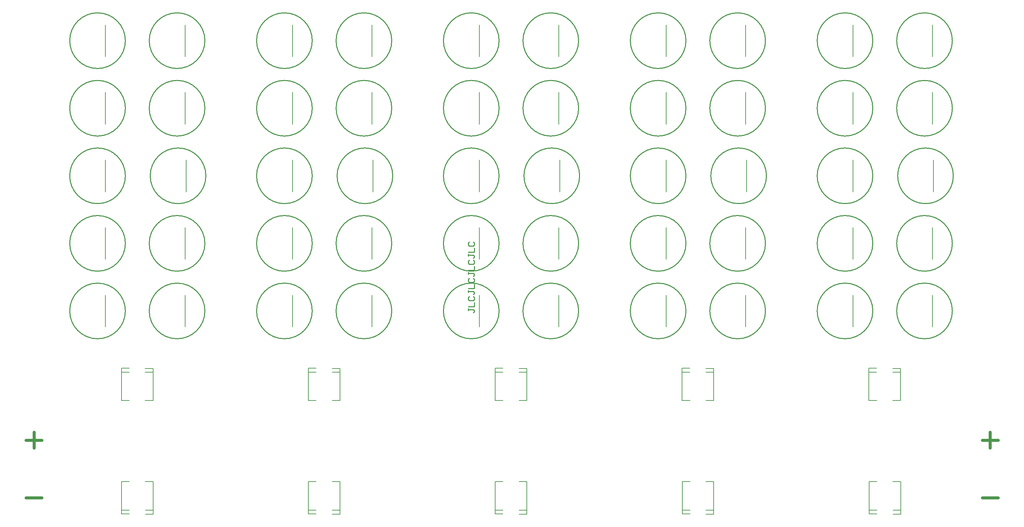
<source format=gto>
G04*
G04 #@! TF.GenerationSoftware,Altium Limited,Altium Designer,18.1.7 (191)*
G04*
G04 Layer_Color=65535*
%FSLAX44Y44*%
%MOMM*%
G71*
G01*
G75*
%ADD10C,0.2540*%
%ADD11C,0.2000*%
%ADD12C,0.8000*%
D10*
X2485000Y1560000D02*
G03*
X2485000Y1560000I-70000J0D01*
G01*
X2685000Y2240000D02*
G03*
X2685000Y2240000I-70000J0D01*
G01*
Y2070000D02*
G03*
X2685000Y2070000I-70000J0D01*
G01*
X2687500Y1900000D02*
G03*
X2687500Y1900000I-70000J0D01*
G01*
X2685000Y1730000D02*
G03*
X2685000Y1730000I-70000J0D01*
G01*
Y1560000D02*
G03*
X2685000Y1560000I-70000J0D01*
G01*
X2485000Y2240000D02*
G03*
X2485000Y2240000I-70000J0D01*
G01*
Y1730000D02*
G03*
X2485000Y1730000I-70000J0D01*
G01*
Y2070000D02*
G03*
X2485000Y2070000I-70000J0D01*
G01*
Y1900000D02*
G03*
X2485000Y1900000I-70000J0D01*
G01*
X2015000Y1560000D02*
G03*
X2015000Y1560000I-70000J0D01*
G01*
X2215000Y2240000D02*
G03*
X2215000Y2240000I-70000J0D01*
G01*
Y2070000D02*
G03*
X2215000Y2070000I-70000J0D01*
G01*
X2217500Y1900000D02*
G03*
X2217500Y1900000I-70000J0D01*
G01*
X2215000Y1730000D02*
G03*
X2215000Y1730000I-70000J0D01*
G01*
Y1560000D02*
G03*
X2215000Y1560000I-70000J0D01*
G01*
X2015000Y2240000D02*
G03*
X2015000Y2240000I-70000J0D01*
G01*
Y1730000D02*
G03*
X2015000Y1730000I-70000J0D01*
G01*
Y2070000D02*
G03*
X2015000Y2070000I-70000J0D01*
G01*
Y1900000D02*
G03*
X2015000Y1900000I-70000J0D01*
G01*
X1545000Y1560000D02*
G03*
X1545000Y1560000I-70000J0D01*
G01*
X1745000Y2240000D02*
G03*
X1745000Y2240000I-70000J0D01*
G01*
Y2070000D02*
G03*
X1745000Y2070000I-70000J0D01*
G01*
X1747500Y1900000D02*
G03*
X1747500Y1900000I-70000J0D01*
G01*
X1745000Y1730000D02*
G03*
X1745000Y1730000I-70000J0D01*
G01*
Y1560000D02*
G03*
X1745000Y1560000I-70000J0D01*
G01*
X1545000Y2240000D02*
G03*
X1545000Y2240000I-70000J0D01*
G01*
Y1730000D02*
G03*
X1545000Y1730000I-70000J0D01*
G01*
Y2070000D02*
G03*
X1545000Y2070000I-70000J0D01*
G01*
Y1900000D02*
G03*
X1545000Y1900000I-70000J0D01*
G01*
X1075000Y1560000D02*
G03*
X1075000Y1560000I-70000J0D01*
G01*
X1275000Y2240000D02*
G03*
X1275000Y2240000I-70000J0D01*
G01*
Y2070000D02*
G03*
X1275000Y2070000I-70000J0D01*
G01*
X1277500Y1900000D02*
G03*
X1277500Y1900000I-70000J0D01*
G01*
X1275000Y1730000D02*
G03*
X1275000Y1730000I-70000J0D01*
G01*
Y1560000D02*
G03*
X1275000Y1560000I-70000J0D01*
G01*
X1075000Y2240000D02*
G03*
X1075000Y2240000I-70000J0D01*
G01*
Y1730000D02*
G03*
X1075000Y1730000I-70000J0D01*
G01*
Y2070000D02*
G03*
X1075000Y2070000I-70000J0D01*
G01*
Y1900000D02*
G03*
X1075000Y1900000I-70000J0D01*
G01*
X805000Y1560000D02*
G03*
X805000Y1560000I-70000J0D01*
G01*
Y1730000D02*
G03*
X805000Y1730000I-70000J0D01*
G01*
X807500Y1900000D02*
G03*
X807500Y1900000I-70000J0D01*
G01*
X805000Y2070000D02*
G03*
X805000Y2070000I-70000J0D01*
G01*
Y2240000D02*
G03*
X805000Y2240000I-70000J0D01*
G01*
X605000Y1560000D02*
G03*
X605000Y1560000I-70000J0D01*
G01*
Y1730000D02*
G03*
X605000Y1730000I-70000J0D01*
G01*
Y1900000D02*
G03*
X605000Y1900000I-70000J0D01*
G01*
Y2070000D02*
G03*
X605000Y2070000I-70000J0D01*
G01*
Y2240000D02*
G03*
X605000Y2240000I-70000J0D01*
G01*
X1467383Y1565697D02*
Y1560618D01*
Y1563158D01*
X1480078D01*
X1482617Y1560618D01*
Y1558079D01*
X1480078Y1555540D01*
X1467383Y1570775D02*
X1482617D01*
Y1580932D01*
X1469922Y1596167D02*
X1467383Y1593628D01*
Y1588549D01*
X1469922Y1586010D01*
X1480078D01*
X1482617Y1588549D01*
Y1593628D01*
X1480078Y1596167D01*
X1467383Y1611402D02*
Y1606324D01*
Y1608863D01*
X1480078D01*
X1482617Y1606324D01*
Y1603784D01*
X1480078Y1601245D01*
X1467383Y1616480D02*
X1482617D01*
Y1626637D01*
X1469922Y1641872D02*
X1467383Y1639333D01*
Y1634255D01*
X1469922Y1631715D01*
X1480078D01*
X1482617Y1634255D01*
Y1639333D01*
X1480078Y1641872D01*
X1467383Y1657107D02*
Y1652029D01*
Y1654568D01*
X1480078D01*
X1482617Y1652029D01*
Y1649490D01*
X1480078Y1646951D01*
X1467383Y1662186D02*
X1482617D01*
Y1672342D01*
X1469922Y1687577D02*
X1467383Y1685038D01*
Y1679960D01*
X1469922Y1677421D01*
X1480078D01*
X1482617Y1679960D01*
Y1685038D01*
X1480078Y1687577D01*
X1467383Y1702812D02*
Y1697734D01*
Y1700273D01*
X1480078D01*
X1482617Y1697734D01*
Y1695195D01*
X1480078Y1692656D01*
X1467383Y1707891D02*
X1482617D01*
Y1718047D01*
X1469922Y1733282D02*
X1467383Y1730743D01*
Y1725665D01*
X1469922Y1723126D01*
X1480078D01*
X1482617Y1725665D01*
Y1730743D01*
X1480078Y1733282D01*
D11*
X2435000Y1520000D02*
Y1600000D01*
X2635000Y2200000D02*
Y2280000D01*
Y2030000D02*
Y2110000D01*
X2637500Y1860000D02*
Y1940000D01*
X2635000Y1690000D02*
Y1770000D01*
Y1520000D02*
Y1600000D01*
X2435000Y2200000D02*
Y2280000D01*
Y1690000D02*
Y1770000D01*
Y2030000D02*
Y2110000D01*
Y1860000D02*
Y1940000D01*
X2475000Y1406004D02*
X2494501D01*
X2535000D02*
X2554501D01*
X2535000Y1334501D02*
X2554501D01*
X2475502D02*
X2495003D01*
X2475003D02*
Y1415502D01*
X2475000Y1416004D02*
X2494501D01*
X2535000Y1415502D02*
X2554501D01*
Y1334501D02*
Y1415502D01*
X2535499Y1058996D02*
X2555000D01*
X2475499D02*
X2495000D01*
X2475499Y1130499D02*
X2495000D01*
X2534997D02*
X2554498D01*
X2554997Y1049498D02*
Y1130499D01*
X2535499Y1048996D02*
X2555000D01*
X2475499Y1049498D02*
X2495000D01*
X2475499D02*
Y1130499D01*
X1965000Y1520000D02*
Y1600000D01*
X2165000Y2200000D02*
Y2280000D01*
Y2030000D02*
Y2110000D01*
X2167500Y1860000D02*
Y1940000D01*
X2165000Y1690000D02*
Y1770000D01*
Y1520000D02*
Y1600000D01*
X1965000Y2200000D02*
Y2280000D01*
Y1690000D02*
Y1770000D01*
Y2030000D02*
Y2110000D01*
Y1860000D02*
Y1940000D01*
X2005000Y1406004D02*
X2024501D01*
X2065000D02*
X2084501D01*
X2065000Y1334501D02*
X2084501D01*
X2005502D02*
X2025003D01*
X2005003D02*
Y1415502D01*
X2005000Y1416004D02*
X2024501D01*
X2065000Y1415502D02*
X2084501D01*
Y1334501D02*
Y1415502D01*
X2065499Y1058996D02*
X2085000D01*
X2005499D02*
X2025000D01*
X2005499Y1130499D02*
X2025000D01*
X2064997D02*
X2084498D01*
X2084997Y1049498D02*
Y1130499D01*
X2065499Y1048996D02*
X2085000D01*
X2005499Y1049498D02*
X2025000D01*
X2005499D02*
Y1130499D01*
X1495000Y1520000D02*
Y1600000D01*
X1695000Y2200000D02*
Y2280000D01*
Y2030000D02*
Y2110000D01*
X1697500Y1860000D02*
Y1940000D01*
X1695000Y1690000D02*
Y1770000D01*
Y1520000D02*
Y1600000D01*
X1495000Y2200000D02*
Y2280000D01*
Y1690000D02*
Y1770000D01*
Y2030000D02*
Y2110000D01*
Y1860000D02*
Y1940000D01*
X1535000Y1406004D02*
X1554501D01*
X1595000D02*
X1614501D01*
X1595000Y1334501D02*
X1614501D01*
X1535502D02*
X1555003D01*
X1535003D02*
Y1415502D01*
X1535000Y1416004D02*
X1554501D01*
X1595000Y1415502D02*
X1614501D01*
Y1334501D02*
Y1415502D01*
X1595499Y1058996D02*
X1615000D01*
X1535499D02*
X1555000D01*
X1535499Y1130499D02*
X1555000D01*
X1594997D02*
X1614498D01*
X1614997Y1049498D02*
Y1130499D01*
X1595499Y1048996D02*
X1615000D01*
X1535499Y1049498D02*
X1555000D01*
X1535499D02*
Y1130499D01*
X1025000Y1520000D02*
Y1600000D01*
X1225000Y2200000D02*
Y2280000D01*
Y2030000D02*
Y2110000D01*
X1227500Y1860000D02*
Y1940000D01*
X1225000Y1690000D02*
Y1770000D01*
Y1520000D02*
Y1600000D01*
X1025000Y2200000D02*
Y2280000D01*
Y1690000D02*
Y1770000D01*
Y2030000D02*
Y2110000D01*
Y1860000D02*
Y1940000D01*
X1065000Y1406004D02*
X1084501D01*
X1125000D02*
X1144501D01*
X1125000Y1334501D02*
X1144501D01*
X1065502D02*
X1085003D01*
X1065003D02*
Y1415502D01*
X1065000Y1416004D02*
X1084501D01*
X1125000Y1415502D02*
X1144501D01*
Y1334501D02*
Y1415502D01*
X1125499Y1058996D02*
X1145000D01*
X1065499D02*
X1085000D01*
X1065499Y1130499D02*
X1085000D01*
X1124997D02*
X1144498D01*
X1144997Y1049498D02*
Y1130499D01*
X1125499Y1048996D02*
X1145000D01*
X1065499Y1049498D02*
X1085000D01*
X1065499D02*
Y1130499D01*
X655499Y1058996D02*
X675000D01*
X595499D02*
X615000D01*
X595499Y1130499D02*
X615000D01*
X654997D02*
X674498D01*
X674997Y1049498D02*
Y1130499D01*
X655499Y1048996D02*
X675000D01*
X595499Y1049498D02*
X615000D01*
X595499D02*
Y1130499D01*
X595000Y1406004D02*
X614501D01*
X655000D02*
X674501D01*
X655000Y1334501D02*
X674501D01*
X595502D02*
X615003D01*
X595003D02*
Y1415502D01*
X595000Y1416004D02*
X614501D01*
X655000Y1415502D02*
X674501D01*
Y1334501D02*
Y1415502D01*
X755000Y1520000D02*
Y1600000D01*
Y1690000D02*
Y1770000D01*
X757500Y1860000D02*
Y1940000D01*
X755000Y2030000D02*
Y2110000D01*
Y2200000D02*
Y2280000D01*
X555000Y1520000D02*
Y1600000D01*
Y1690000D02*
Y1770000D01*
Y1860000D02*
Y1940000D01*
Y2030000D02*
Y2110000D01*
Y2200000D02*
Y2280000D01*
D12*
X2760000Y1089990D02*
X2799987D01*
X355000D02*
X394987D01*
X355000Y1234990D02*
X394987D01*
X374994Y1254984D02*
Y1214997D01*
X2760000Y1234990D02*
X2799987D01*
X2779994Y1254984D02*
Y1214997D01*
M02*

</source>
